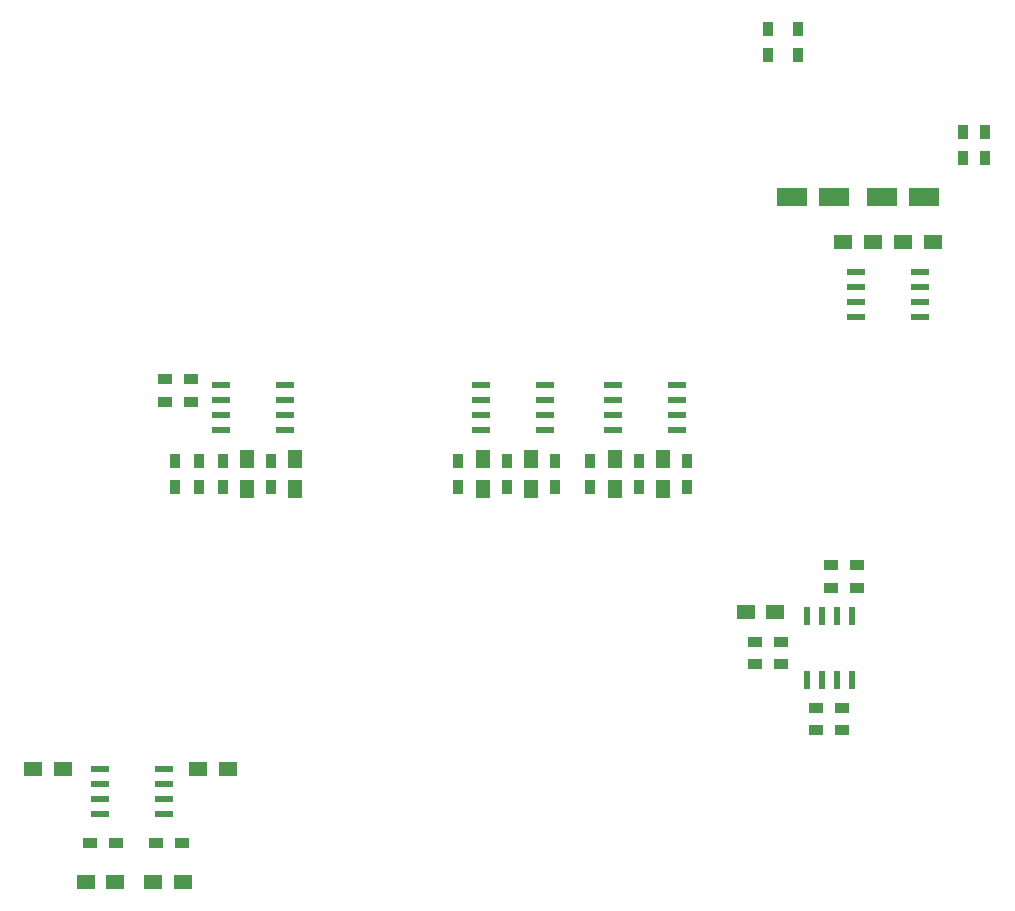
<source format=gbr>
G04 #@! TF.FileFunction,Paste,Top*
%FSLAX46Y46*%
G04 Gerber Fmt 4.6, Leading zero omitted, Abs format (unit mm)*
G04 Created by KiCad (PCBNEW 4.0.7) date Sun Feb 25 13:05:14 2018*
%MOMM*%
%LPD*%
G01*
G04 APERTURE LIST*
%ADD10C,0.100000*%
%ADD11R,1.500000X1.250000*%
%ADD12R,1.200000X0.900000*%
%ADD13R,1.550000X0.600000*%
%ADD14R,0.900000X1.200000*%
%ADD15R,0.600000X1.550000*%
%ADD16R,1.250000X1.500000*%
%ADD17R,2.600000X1.600000*%
G04 APERTURE END LIST*
D10*
D11*
X57130000Y-117475000D03*
X54630000Y-117475000D03*
X60345000Y-117475000D03*
X62845000Y-117475000D03*
X118765000Y-63325000D03*
X121265000Y-63325000D03*
D12*
X57234000Y-114173000D03*
X55034000Y-114173000D03*
X60622000Y-114173000D03*
X62822000Y-114173000D03*
D13*
X55880000Y-107950000D03*
X55880000Y-109220000D03*
X55880000Y-110490000D03*
X55880000Y-111760000D03*
X61280000Y-111760000D03*
X61280000Y-110490000D03*
X61280000Y-109220000D03*
X61280000Y-107950000D03*
X125255000Y-69675000D03*
X125255000Y-68405000D03*
X125255000Y-67135000D03*
X125255000Y-65865000D03*
X119855000Y-65865000D03*
X119855000Y-67135000D03*
X119855000Y-68405000D03*
X119855000Y-69675000D03*
D14*
X128905000Y-53970000D03*
X128905000Y-56170000D03*
X130810000Y-56170000D03*
X130810000Y-53970000D03*
D12*
X119972000Y-90678000D03*
X117772000Y-90678000D03*
X116502000Y-104648000D03*
X118702000Y-104648000D03*
X119972000Y-92583000D03*
X117772000Y-92583000D03*
X118702000Y-102743000D03*
X116502000Y-102743000D03*
D15*
X119507000Y-94963000D03*
X118237000Y-94963000D03*
X116967000Y-94963000D03*
X115697000Y-94963000D03*
X115697000Y-100363000D03*
X116967000Y-100363000D03*
X118237000Y-100363000D03*
X119507000Y-100363000D03*
D13*
X99281000Y-75438000D03*
X99281000Y-76708000D03*
X99281000Y-77978000D03*
X99281000Y-79248000D03*
X104681000Y-79248000D03*
X104681000Y-77978000D03*
X104681000Y-76708000D03*
X104681000Y-75438000D03*
D16*
X99441000Y-84181000D03*
X99441000Y-81681000D03*
X88265000Y-84181000D03*
X88265000Y-81681000D03*
X103505000Y-81681000D03*
X103505000Y-84181000D03*
X92329000Y-81681000D03*
X92329000Y-84181000D03*
X68326000Y-84181000D03*
X68326000Y-81681000D03*
X72390000Y-84181000D03*
X72390000Y-81681000D03*
D11*
X123845000Y-63325000D03*
X126345000Y-63325000D03*
D14*
X64262000Y-81831000D03*
X64262000Y-84031000D03*
X62230000Y-81831000D03*
X62230000Y-84031000D03*
X101473000Y-81831000D03*
X101473000Y-84031000D03*
X90297000Y-81831000D03*
X90297000Y-84031000D03*
X105537000Y-81831000D03*
X105537000Y-84031000D03*
X94361000Y-81831000D03*
X94361000Y-84031000D03*
X66294000Y-84031000D03*
X66294000Y-81831000D03*
X70358000Y-81831000D03*
X70358000Y-84031000D03*
D13*
X88105000Y-75438000D03*
X88105000Y-76708000D03*
X88105000Y-77978000D03*
X88105000Y-79248000D03*
X93505000Y-79248000D03*
X93505000Y-77978000D03*
X93505000Y-76708000D03*
X93505000Y-75438000D03*
X66134000Y-75438000D03*
X66134000Y-76708000D03*
X66134000Y-77978000D03*
X66134000Y-79248000D03*
X71534000Y-79248000D03*
X71534000Y-77978000D03*
X71534000Y-76708000D03*
X71534000Y-75438000D03*
D14*
X97355000Y-81831000D03*
X97355000Y-84031000D03*
D12*
X113495000Y-97155000D03*
X111295000Y-97155000D03*
D14*
X86160000Y-81831000D03*
X86160000Y-84031000D03*
D12*
X113495000Y-99060000D03*
X111295000Y-99060000D03*
X63584000Y-74930000D03*
X61384000Y-74930000D03*
X61384000Y-76835000D03*
X63584000Y-76835000D03*
D17*
X114405000Y-59515000D03*
X118005000Y-59515000D03*
X122025000Y-59515000D03*
X125625000Y-59515000D03*
D14*
X114935000Y-47455000D03*
X114935000Y-45255000D03*
X112395000Y-47455000D03*
X112395000Y-45255000D03*
D11*
X64155000Y-107950000D03*
X66655000Y-107950000D03*
X50185000Y-107950000D03*
X52685000Y-107950000D03*
X110510000Y-94615000D03*
X113010000Y-94615000D03*
M02*

</source>
